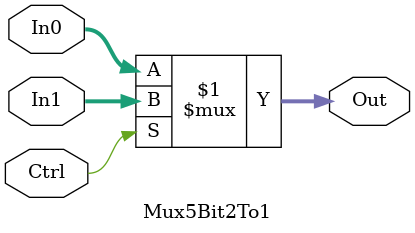
<source format=v>
`timescale 1ns / 1ps
module Mux5Bit2To1(In0, In1, Ctrl,
                            Out);
    (*keep = "true"*)
    
    input [4:0] In0;
    input [4:0] In1;
    input Ctrl;
    output [4:0] Out;
    
    assign Out = (Ctrl)? In1 : In0;
    
endmodule

</source>
